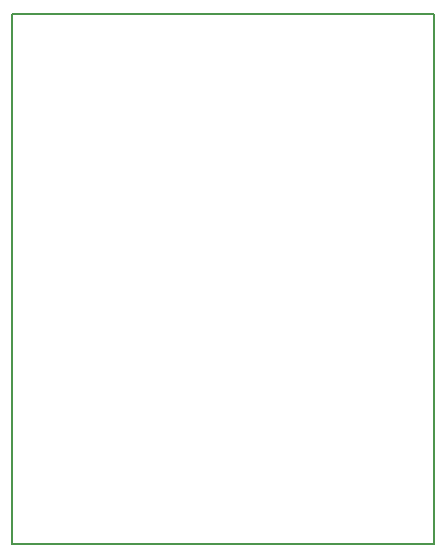
<source format=gm1>
G04 MADE WITH FRITZING*
G04 WWW.FRITZING.ORG*
G04 DOUBLE SIDED*
G04 HOLES PLATED*
G04 CONTOUR ON CENTER OF CONTOUR VECTOR*
%ASAXBY*%
%FSLAX23Y23*%
%MOIN*%
%OFA0B0*%
%SFA1.0B1.0*%
%ADD10R,1.415780X1.775740*%
%ADD11C,0.008000*%
%ADD10C,0.008*%
%LNCONTOUR*%
G90*
G70*
G54D10*
G54D11*
X4Y1772D02*
X1412Y1772D01*
X1412Y4D01*
X4Y4D01*
X4Y1772D01*
D02*
G04 End of contour*
M02*
</source>
